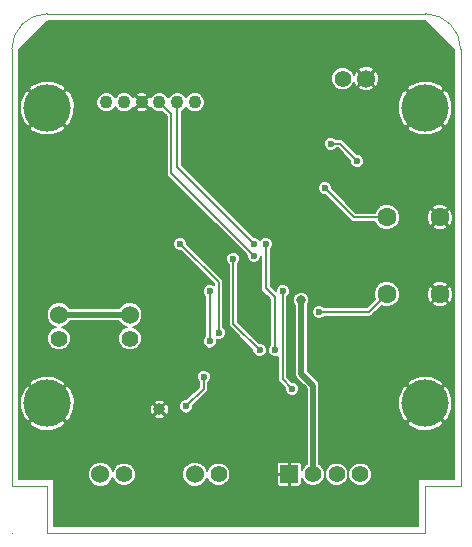
<source format=gbl>
G04 (created by PCBNEW (2013-07-07 BZR 4022)-stable) date 2026/02/15 0:01:33*
%MOIN*%
G04 Gerber Fmt 3.4, Leading zero omitted, Abs format*
%FSLAX34Y34*%
G01*
G70*
G90*
G04 APERTURE LIST*
%ADD10C,0.00590551*%
%ADD11C,0.00393701*%
%ADD12C,0.1575*%
%ADD13C,0.063*%
%ADD14R,0.06X0.06*%
%ADD15C,0.0551*%
%ADD16C,0.06*%
%ADD17C,0.0433*%
%ADD18C,0.0393701*%
%ADD19C,0.023622*%
%ADD20C,0.0314961*%
%ADD21C,0.00787402*%
%ADD22C,0.019685*%
G04 APERTURE END LIST*
G54D10*
G54D11*
X0Y0D02*
G75*
G03X0Y0I0J0D01*
G74*
G01*
X0Y0D02*
X0Y0D01*
X0Y0D02*
X0Y0D01*
X0Y0D02*
G75*
G03X0Y0I0J0D01*
G74*
G01*
X0Y0D02*
X0Y0D01*
X0Y0D02*
X0Y0D01*
X0Y0D02*
G75*
G03X0Y0I0J0D01*
G74*
G01*
X0Y0D02*
X0Y0D01*
X0Y0D02*
X0Y0D01*
X14960Y16141D02*
G75*
G03X13779Y17322I-1181J0D01*
G74*
G01*
X1181Y17322D02*
G75*
G03X0Y16141I0J-1181D01*
G74*
G01*
X1181Y17322D02*
X13779Y17322D01*
X14960Y1574D02*
X14960Y16141D01*
X13779Y1574D02*
X14960Y1574D01*
X13779Y0D02*
X13779Y1574D01*
X1181Y0D02*
X13779Y0D01*
X1181Y1574D02*
X1181Y0D01*
X0Y1574D02*
X1181Y1574D01*
X0Y16141D02*
X0Y1574D01*
G54D12*
X13779Y14173D03*
X13779Y4330D03*
X1181Y4330D03*
X1181Y14173D03*
G54D13*
X14271Y10531D03*
X12499Y10531D03*
X14271Y7971D03*
X12499Y7971D03*
G54D14*
X9251Y1968D03*
G54D15*
X10038Y1968D03*
X10826Y1968D03*
X11614Y1968D03*
G54D16*
X11811Y15157D03*
G54D15*
X11024Y15157D03*
G54D16*
X2952Y1968D03*
G54D15*
X3739Y1968D03*
G54D16*
X6102Y1968D03*
G54D15*
X6889Y1968D03*
G54D17*
X3149Y14370D03*
X3740Y14370D03*
X4330Y14370D03*
X4921Y14370D03*
X5511Y14370D03*
X6102Y14370D03*
G54D16*
X1574Y7283D03*
G54D15*
X1574Y6496D03*
G54D16*
X3937Y7283D03*
G54D15*
X3937Y6496D03*
G54D18*
X4921Y4133D03*
G54D19*
X6594Y6397D03*
X6594Y8070D03*
X7381Y9153D03*
X8257Y6102D03*
X6397Y5216D03*
X5807Y4232D03*
G54D20*
X5413Y6692D03*
X8838Y10925D03*
X7677Y11240D03*
X8248Y13562D03*
X9055Y13169D03*
X925Y10688D03*
X3484Y10688D03*
X11397Y5944D03*
X3543Y4881D03*
X7746Y5029D03*
G54D19*
X10629Y12992D03*
X11515Y12401D03*
X6889Y6692D03*
X5610Y9645D03*
X8070Y9251D03*
X8070Y9645D03*
X8464Y9645D03*
X8769Y6102D03*
X10236Y7381D03*
X10433Y11515D03*
X9025Y8070D03*
X9350Y4822D03*
G54D20*
X9645Y7775D03*
G54D21*
X6594Y8070D02*
X6594Y6397D01*
X7381Y9153D02*
X7381Y6978D01*
X7381Y6978D02*
X8257Y6102D01*
X6397Y4822D02*
X6397Y5216D01*
X5807Y4232D02*
X6397Y4822D01*
X10925Y12992D02*
X11515Y12401D01*
X10629Y12992D02*
X10925Y12992D01*
X6889Y6692D02*
X6889Y8366D01*
X6889Y8366D02*
X5610Y9645D01*
X6889Y8366D02*
X5610Y9645D01*
X5314Y13976D02*
X4921Y14370D01*
X5314Y12007D02*
X5314Y13976D01*
X8070Y9251D02*
X5314Y12007D01*
X5511Y12204D02*
X5511Y14370D01*
X8070Y9645D02*
X5511Y12204D01*
X8769Y6102D02*
X8769Y7864D01*
X8769Y7864D02*
X8464Y8169D01*
X8464Y9645D02*
X8464Y8169D01*
X10236Y7381D02*
X11909Y7381D01*
X11909Y7381D02*
X12499Y7971D01*
X11416Y10531D02*
X12499Y10531D01*
X10433Y11515D02*
X11416Y10531D01*
X9025Y8070D02*
X9025Y5147D01*
X9025Y5147D02*
X9350Y4822D01*
G54D22*
X9645Y7775D02*
X9645Y5314D01*
X10038Y4921D02*
X10038Y1968D01*
X9645Y5314D02*
X10038Y4921D01*
X1574Y7283D02*
X3937Y7283D01*
G54D10*
G36*
X14724Y1811D02*
X14705Y1811D01*
X14705Y7888D01*
X14705Y10448D01*
X14704Y10620D01*
X14688Y10659D01*
X14688Y14337D01*
X14556Y14672D01*
X14537Y14699D01*
X14425Y14791D01*
X14397Y14763D01*
X14397Y14819D01*
X14306Y14931D01*
X13975Y15075D01*
X13615Y15081D01*
X13280Y14950D01*
X13252Y14931D01*
X13161Y14819D01*
X13779Y14201D01*
X14397Y14819D01*
X14397Y14763D01*
X13807Y14173D01*
X14425Y13555D01*
X14537Y13646D01*
X14681Y13976D01*
X14688Y14337D01*
X14688Y10659D01*
X14640Y10775D01*
X14576Y10809D01*
X14548Y10781D01*
X14548Y10836D01*
X14515Y10900D01*
X14397Y10948D01*
X14397Y13527D01*
X13779Y14145D01*
X13751Y14117D01*
X13751Y14173D01*
X13133Y14791D01*
X13021Y14699D01*
X12877Y14369D01*
X12870Y14009D01*
X13002Y13674D01*
X13021Y13646D01*
X13133Y13555D01*
X13751Y14173D01*
X13751Y14117D01*
X13161Y13527D01*
X13252Y13414D01*
X13583Y13270D01*
X13943Y13264D01*
X14278Y13396D01*
X14306Y13414D01*
X14397Y13527D01*
X14397Y10948D01*
X14355Y10965D01*
X14183Y10964D01*
X14028Y10900D01*
X13994Y10836D01*
X14271Y10559D01*
X14548Y10836D01*
X14548Y10781D01*
X14299Y10531D01*
X14576Y10254D01*
X14640Y10288D01*
X14705Y10448D01*
X14705Y7888D01*
X14704Y8060D01*
X14640Y8215D01*
X14576Y8249D01*
X14548Y8221D01*
X14548Y8276D01*
X14548Y10227D01*
X14271Y10504D01*
X14243Y10476D01*
X14243Y10531D01*
X13966Y10809D01*
X13903Y10775D01*
X13838Y10615D01*
X13839Y10443D01*
X13903Y10288D01*
X13966Y10254D01*
X14243Y10531D01*
X14243Y10476D01*
X13994Y10227D01*
X14028Y10163D01*
X14187Y10098D01*
X14360Y10099D01*
X14515Y10163D01*
X14548Y10227D01*
X14548Y8276D01*
X14515Y8340D01*
X14355Y8405D01*
X14183Y8404D01*
X14028Y8340D01*
X13994Y8276D01*
X14271Y7999D01*
X14548Y8276D01*
X14548Y8221D01*
X14299Y7971D01*
X14576Y7694D01*
X14640Y7728D01*
X14705Y7888D01*
X14705Y1811D01*
X14688Y1811D01*
X14688Y4494D01*
X14556Y4829D01*
X14548Y4840D01*
X14548Y7667D01*
X14271Y7944D01*
X14243Y7916D01*
X14243Y7971D01*
X13966Y8249D01*
X13903Y8215D01*
X13838Y8055D01*
X13839Y7883D01*
X13903Y7728D01*
X13966Y7694D01*
X14243Y7971D01*
X14243Y7916D01*
X13994Y7667D01*
X14028Y7603D01*
X14187Y7538D01*
X14360Y7539D01*
X14515Y7603D01*
X14548Y7667D01*
X14548Y4840D01*
X14537Y4857D01*
X14425Y4948D01*
X14397Y4920D01*
X14397Y4976D01*
X14306Y5089D01*
X13975Y5232D01*
X13615Y5239D01*
X13280Y5107D01*
X13252Y5089D01*
X13161Y4976D01*
X13779Y4358D01*
X14397Y4976D01*
X14397Y4920D01*
X13807Y4330D01*
X14425Y3712D01*
X14537Y3804D01*
X14681Y4134D01*
X14688Y4494D01*
X14688Y1811D01*
X14397Y1811D01*
X14397Y3684D01*
X13779Y4302D01*
X13751Y4275D01*
X13751Y4330D01*
X13133Y4948D01*
X13021Y4857D01*
X12933Y4655D01*
X12933Y8057D01*
X12933Y10617D01*
X12867Y10776D01*
X12745Y10898D01*
X12586Y10965D01*
X12414Y10965D01*
X12254Y10899D01*
X12229Y10874D01*
X12229Y15077D01*
X12228Y15243D01*
X12167Y15391D01*
X12105Y15423D01*
X12077Y15395D01*
X12077Y15451D01*
X12045Y15513D01*
X11891Y15576D01*
X11724Y15575D01*
X11576Y15513D01*
X11544Y15451D01*
X11811Y15185D01*
X12077Y15451D01*
X12077Y15395D01*
X11838Y15157D01*
X12105Y14891D01*
X12167Y14923D01*
X12229Y15077D01*
X12229Y10874D01*
X12132Y10777D01*
X12096Y10689D01*
X12077Y10689D01*
X12077Y14863D01*
X11811Y15129D01*
X11783Y15101D01*
X11783Y15157D01*
X11516Y15423D01*
X11454Y15391D01*
X11404Y15267D01*
X11357Y15380D01*
X11247Y15490D01*
X11102Y15551D01*
X10946Y15551D01*
X10801Y15491D01*
X10690Y15380D01*
X10630Y15236D01*
X10630Y15079D01*
X10690Y14934D01*
X10800Y14823D01*
X10945Y14763D01*
X11101Y14763D01*
X11246Y14823D01*
X11357Y14934D01*
X11403Y15046D01*
X11454Y14923D01*
X11516Y14891D01*
X11783Y15157D01*
X11783Y15101D01*
X11544Y14863D01*
X11576Y14801D01*
X11730Y14738D01*
X11897Y14739D01*
X12045Y14801D01*
X12077Y14863D01*
X12077Y10689D01*
X11752Y10689D01*
X11752Y12448D01*
X11716Y12535D01*
X11649Y12601D01*
X11562Y12637D01*
X11502Y12637D01*
X11036Y13103D01*
X10985Y13137D01*
X10925Y13149D01*
X10806Y13149D01*
X10763Y13192D01*
X10677Y13228D01*
X10583Y13228D01*
X10496Y13192D01*
X10429Y13126D01*
X10393Y13039D01*
X10393Y12945D01*
X10429Y12858D01*
X10495Y12791D01*
X10582Y12755D01*
X10676Y12755D01*
X10763Y12791D01*
X10806Y12834D01*
X10859Y12834D01*
X11279Y12415D01*
X11279Y12354D01*
X11315Y12267D01*
X11381Y12201D01*
X11468Y12165D01*
X11562Y12165D01*
X11649Y12201D01*
X11715Y12267D01*
X11751Y12354D01*
X11752Y12448D01*
X11752Y10689D01*
X11482Y10689D01*
X10669Y11502D01*
X10669Y11562D01*
X10633Y11649D01*
X10567Y11715D01*
X10480Y11751D01*
X10386Y11752D01*
X10299Y11716D01*
X10232Y11649D01*
X10196Y11562D01*
X10196Y11468D01*
X10232Y11382D01*
X10299Y11315D01*
X10385Y11279D01*
X10446Y11279D01*
X11305Y10420D01*
X11305Y10420D01*
X11356Y10386D01*
X11356Y10386D01*
X11404Y10376D01*
X11416Y10374D01*
X11416Y10374D01*
X11416Y10374D01*
X12096Y10374D01*
X12132Y10286D01*
X12254Y10165D01*
X12413Y10098D01*
X12585Y10098D01*
X12744Y10164D01*
X12866Y10286D01*
X12932Y10445D01*
X12933Y10617D01*
X12933Y8057D01*
X12867Y8216D01*
X12745Y8338D01*
X12586Y8405D01*
X12414Y8405D01*
X12254Y8339D01*
X12132Y8217D01*
X12066Y8058D01*
X12066Y7886D01*
X12103Y7797D01*
X11844Y7539D01*
X10412Y7539D01*
X10370Y7582D01*
X10283Y7618D01*
X10189Y7618D01*
X10102Y7582D01*
X10036Y7515D01*
X10000Y7429D01*
X9999Y7335D01*
X10035Y7248D01*
X10102Y7181D01*
X10189Y7145D01*
X10283Y7145D01*
X10369Y7181D01*
X10412Y7224D01*
X11909Y7224D01*
X11970Y7236D01*
X11970Y7236D01*
X12021Y7270D01*
X12325Y7575D01*
X12413Y7538D01*
X12585Y7538D01*
X12744Y7604D01*
X12866Y7726D01*
X12932Y7885D01*
X12933Y8057D01*
X12933Y4655D01*
X12877Y4527D01*
X12870Y4166D01*
X13002Y3831D01*
X13021Y3804D01*
X13133Y3712D01*
X13751Y4330D01*
X13751Y4275D01*
X13161Y3684D01*
X13252Y3572D01*
X13583Y3428D01*
X13943Y3422D01*
X14278Y3553D01*
X14306Y3572D01*
X14397Y3684D01*
X14397Y1811D01*
X13543Y1811D01*
X13543Y236D01*
X12007Y236D01*
X12007Y2046D01*
X11948Y2191D01*
X11837Y2301D01*
X11692Y2362D01*
X11536Y2362D01*
X11391Y2302D01*
X11280Y2191D01*
X11220Y2047D01*
X11220Y1890D01*
X11280Y1745D01*
X11390Y1635D01*
X11535Y1574D01*
X11692Y1574D01*
X11836Y1634D01*
X11947Y1745D01*
X12007Y1889D01*
X12007Y2046D01*
X12007Y236D01*
X11220Y236D01*
X11220Y2046D01*
X11160Y2191D01*
X11050Y2301D01*
X10905Y2362D01*
X10748Y2362D01*
X10604Y2302D01*
X10493Y2191D01*
X10433Y2047D01*
X10433Y1890D01*
X10492Y1745D01*
X10603Y1635D01*
X10748Y1574D01*
X10904Y1574D01*
X11049Y1634D01*
X11160Y1745D01*
X11220Y1889D01*
X11220Y2046D01*
X11220Y236D01*
X10432Y236D01*
X10432Y2046D01*
X10372Y2191D01*
X10262Y2301D01*
X10255Y2304D01*
X10255Y4921D01*
X10239Y5004D01*
X10192Y5074D01*
X9862Y5404D01*
X9862Y7602D01*
X9879Y7619D01*
X9921Y7720D01*
X9921Y7830D01*
X9879Y7931D01*
X9801Y8009D01*
X9700Y8051D01*
X9591Y8051D01*
X9489Y8009D01*
X9412Y7931D01*
X9370Y7830D01*
X9370Y7721D01*
X9411Y7619D01*
X9429Y7602D01*
X9429Y5314D01*
X9445Y5232D01*
X9492Y5161D01*
X9822Y4831D01*
X9822Y2304D01*
X9816Y2302D01*
X9705Y2191D01*
X9670Y2106D01*
X9670Y2245D01*
X9670Y2292D01*
X9652Y2335D01*
X9618Y2368D01*
X9586Y2381D01*
X9586Y4869D01*
X9550Y4956D01*
X9484Y5022D01*
X9397Y5059D01*
X9336Y5059D01*
X9183Y5212D01*
X9183Y7894D01*
X9225Y7936D01*
X9261Y8023D01*
X9261Y8117D01*
X9225Y8204D01*
X9159Y8271D01*
X9072Y8307D01*
X8978Y8307D01*
X8891Y8271D01*
X8825Y8204D01*
X8789Y8118D01*
X8789Y8067D01*
X8622Y8234D01*
X8622Y9469D01*
X8664Y9511D01*
X8700Y9598D01*
X8700Y9692D01*
X8664Y9779D01*
X8598Y9845D01*
X8511Y9881D01*
X8417Y9881D01*
X8330Y9846D01*
X8267Y9782D01*
X8204Y9845D01*
X8118Y9881D01*
X8057Y9881D01*
X5669Y12270D01*
X5669Y14073D01*
X5700Y14086D01*
X5795Y14180D01*
X5807Y14209D01*
X5818Y14180D01*
X5912Y14086D01*
X6035Y14035D01*
X6168Y14035D01*
X6291Y14086D01*
X6386Y14180D01*
X6437Y14303D01*
X6437Y14436D01*
X6386Y14559D01*
X6292Y14653D01*
X6169Y14704D01*
X6036Y14704D01*
X5913Y14653D01*
X5819Y14559D01*
X5807Y14531D01*
X5795Y14559D01*
X5701Y14653D01*
X5578Y14704D01*
X5445Y14704D01*
X5322Y14653D01*
X5228Y14559D01*
X5216Y14532D01*
X5205Y14559D01*
X5111Y14653D01*
X4988Y14704D01*
X4855Y14704D01*
X4732Y14653D01*
X4638Y14559D01*
X4626Y14532D01*
X4617Y14554D01*
X4564Y14576D01*
X4536Y14548D01*
X4536Y14603D01*
X4514Y14657D01*
X4390Y14705D01*
X4257Y14703D01*
X4146Y14657D01*
X4124Y14603D01*
X4330Y14397D01*
X4536Y14603D01*
X4536Y14548D01*
X4358Y14370D01*
X4564Y14164D01*
X4617Y14185D01*
X4626Y14208D01*
X4637Y14180D01*
X4731Y14086D01*
X4854Y14035D01*
X4987Y14035D01*
X5020Y14048D01*
X5157Y13911D01*
X5157Y12007D01*
X5169Y11947D01*
X5203Y11896D01*
X7834Y9265D01*
X7834Y9205D01*
X7870Y9118D01*
X7936Y9051D01*
X8023Y9015D01*
X8117Y9015D01*
X8204Y9051D01*
X8271Y9117D01*
X8307Y9204D01*
X8307Y9251D01*
X8307Y8169D01*
X8319Y8109D01*
X8353Y8057D01*
X8612Y7798D01*
X8612Y6278D01*
X8569Y6236D01*
X8533Y6149D01*
X8533Y6055D01*
X8569Y5968D01*
X8635Y5902D01*
X8722Y5866D01*
X8816Y5866D01*
X8868Y5887D01*
X8868Y5147D01*
X8880Y5087D01*
X8914Y5036D01*
X9114Y4836D01*
X9114Y4776D01*
X9150Y4689D01*
X9216Y4622D01*
X9303Y4586D01*
X9397Y4586D01*
X9484Y4622D01*
X9550Y4688D01*
X9586Y4775D01*
X9586Y4869D01*
X9586Y2381D01*
X9575Y2386D01*
X9301Y2386D01*
X9271Y2357D01*
X9271Y1988D01*
X9279Y1988D01*
X9279Y1948D01*
X9271Y1948D01*
X9271Y1579D01*
X9301Y1550D01*
X9575Y1550D01*
X9618Y1568D01*
X9652Y1601D01*
X9670Y1644D01*
X9670Y1691D01*
X9670Y1830D01*
X9705Y1745D01*
X9815Y1635D01*
X9960Y1574D01*
X10116Y1574D01*
X10261Y1634D01*
X10372Y1745D01*
X10432Y1889D01*
X10432Y2046D01*
X10432Y236D01*
X9232Y236D01*
X9232Y1579D01*
X9232Y1948D01*
X9232Y1988D01*
X9232Y2357D01*
X9202Y2386D01*
X8928Y2386D01*
X8885Y2368D01*
X8851Y2335D01*
X8833Y2292D01*
X8833Y2245D01*
X8833Y2017D01*
X8863Y1988D01*
X9232Y1988D01*
X9232Y1948D01*
X8863Y1948D01*
X8833Y1919D01*
X8833Y1691D01*
X8833Y1644D01*
X8851Y1601D01*
X8885Y1568D01*
X8928Y1550D01*
X9202Y1550D01*
X9232Y1579D01*
X9232Y236D01*
X8494Y236D01*
X8494Y6149D01*
X8458Y6235D01*
X8391Y6302D01*
X8305Y6338D01*
X8244Y6338D01*
X7539Y7043D01*
X7539Y8976D01*
X7582Y9019D01*
X7618Y9106D01*
X7618Y9200D01*
X7582Y9287D01*
X7515Y9353D01*
X7429Y9389D01*
X7335Y9389D01*
X7248Y9353D01*
X7181Y9287D01*
X7145Y9200D01*
X7145Y9106D01*
X7181Y9019D01*
X7224Y8976D01*
X7224Y6978D01*
X7236Y6918D01*
X7270Y6866D01*
X8021Y6115D01*
X8021Y6055D01*
X8057Y5968D01*
X8123Y5902D01*
X8210Y5866D01*
X8304Y5866D01*
X8391Y5901D01*
X8458Y5968D01*
X8494Y6055D01*
X8494Y6149D01*
X8494Y236D01*
X7283Y236D01*
X7283Y2046D01*
X7223Y2191D01*
X7126Y2288D01*
X7126Y6739D01*
X7090Y6826D01*
X7047Y6869D01*
X7047Y8366D01*
X7035Y8426D01*
X7035Y8426D01*
X7001Y8477D01*
X5846Y9632D01*
X5846Y9692D01*
X5810Y9779D01*
X5744Y9845D01*
X5657Y9881D01*
X5563Y9881D01*
X5476Y9846D01*
X5410Y9779D01*
X5374Y9692D01*
X5373Y9598D01*
X5409Y9512D01*
X5476Y9445D01*
X5563Y9409D01*
X5623Y9409D01*
X6732Y8300D01*
X6732Y8267D01*
X6728Y8271D01*
X6641Y8307D01*
X6547Y8307D01*
X6460Y8271D01*
X6394Y8204D01*
X6358Y8118D01*
X6358Y8024D01*
X6394Y7937D01*
X6437Y7894D01*
X6437Y6574D01*
X6394Y6531D01*
X6358Y6444D01*
X6358Y6350D01*
X6394Y6264D01*
X6460Y6197D01*
X6547Y6161D01*
X6641Y6161D01*
X6728Y6197D01*
X6794Y6263D01*
X6830Y6350D01*
X6830Y6444D01*
X6822Y6465D01*
X6842Y6456D01*
X6936Y6456D01*
X7023Y6492D01*
X7089Y6558D01*
X7125Y6645D01*
X7126Y6739D01*
X7126Y2288D01*
X7112Y2301D01*
X6967Y2362D01*
X6811Y2362D01*
X6666Y2302D01*
X6633Y2269D01*
X6633Y5263D01*
X6598Y5350D01*
X6531Y5416D01*
X6444Y5452D01*
X6350Y5452D01*
X6264Y5416D01*
X6197Y5350D01*
X6161Y5263D01*
X6161Y5169D01*
X6197Y5082D01*
X6240Y5039D01*
X6240Y4888D01*
X5820Y4468D01*
X5760Y4468D01*
X5673Y4432D01*
X5606Y4366D01*
X5570Y4279D01*
X5570Y4185D01*
X5606Y4098D01*
X5673Y4032D01*
X5759Y3996D01*
X5853Y3996D01*
X5940Y4031D01*
X6007Y4098D01*
X6043Y4185D01*
X6043Y4245D01*
X6508Y4711D01*
X6508Y4711D01*
X6508Y4711D01*
X6543Y4762D01*
X6543Y4762D01*
X6555Y4822D01*
X6555Y5039D01*
X6597Y5082D01*
X6633Y5169D01*
X6633Y5263D01*
X6633Y2269D01*
X6555Y2191D01*
X6509Y2079D01*
X6457Y2205D01*
X6339Y2322D01*
X6185Y2386D01*
X6019Y2386D01*
X5865Y2323D01*
X5748Y2205D01*
X5684Y2052D01*
X5684Y1885D01*
X5747Y1731D01*
X5865Y1614D01*
X6018Y1550D01*
X6185Y1550D01*
X6338Y1613D01*
X6456Y1731D01*
X6509Y1857D01*
X6555Y1745D01*
X6666Y1635D01*
X6810Y1574D01*
X6967Y1574D01*
X7112Y1634D01*
X7222Y1745D01*
X7282Y1889D01*
X7283Y2046D01*
X7283Y236D01*
X5237Y236D01*
X5237Y4078D01*
X5234Y4203D01*
X5192Y4306D01*
X5140Y4325D01*
X5113Y4297D01*
X5113Y4353D01*
X5093Y4404D01*
X4976Y4450D01*
X4851Y4447D01*
X4748Y4404D01*
X4729Y4353D01*
X4921Y4161D01*
X5113Y4353D01*
X5113Y4297D01*
X4949Y4133D01*
X5140Y3942D01*
X5192Y3961D01*
X5237Y4078D01*
X5237Y236D01*
X5113Y236D01*
X5113Y3914D01*
X4921Y4106D01*
X4893Y4078D01*
X4893Y4133D01*
X4701Y4325D01*
X4650Y4306D01*
X4604Y4189D01*
X4607Y4064D01*
X4650Y3961D01*
X4701Y3942D01*
X4893Y4133D01*
X4893Y4078D01*
X4729Y3914D01*
X4748Y3862D01*
X4865Y3817D01*
X4990Y3820D01*
X5093Y3862D01*
X5113Y3914D01*
X5113Y236D01*
X4536Y236D01*
X4536Y14136D01*
X4330Y14342D01*
X4302Y14314D01*
X4302Y14370D01*
X4096Y14576D01*
X4043Y14554D01*
X4035Y14533D01*
X4024Y14559D01*
X3930Y14653D01*
X3807Y14704D01*
X3674Y14704D01*
X3551Y14653D01*
X3457Y14559D01*
X3445Y14531D01*
X3433Y14559D01*
X3339Y14653D01*
X3216Y14704D01*
X3083Y14704D01*
X2960Y14653D01*
X2866Y14559D01*
X2815Y14436D01*
X2814Y14303D01*
X2865Y14180D01*
X2959Y14086D01*
X3082Y14035D01*
X3215Y14035D01*
X3338Y14086D01*
X3433Y14180D01*
X3445Y14209D01*
X3456Y14180D01*
X3550Y14086D01*
X3673Y14035D01*
X3806Y14035D01*
X3929Y14086D01*
X4024Y14180D01*
X4034Y14206D01*
X4043Y14185D01*
X4096Y14164D01*
X4302Y14370D01*
X4302Y14314D01*
X4124Y14136D01*
X4146Y14082D01*
X4270Y14034D01*
X4403Y14036D01*
X4514Y14082D01*
X4536Y14136D01*
X4536Y236D01*
X4355Y236D01*
X4355Y7366D01*
X4291Y7519D01*
X4174Y7637D01*
X4020Y7701D01*
X3854Y7701D01*
X3700Y7638D01*
X3582Y7520D01*
X3574Y7500D01*
X2089Y7500D01*
X2089Y14337D01*
X1957Y14672D01*
X1939Y14699D01*
X1826Y14791D01*
X1799Y14763D01*
X1799Y14819D01*
X1707Y14931D01*
X1377Y15075D01*
X1017Y15081D01*
X681Y14950D01*
X654Y14931D01*
X563Y14819D01*
X1181Y14201D01*
X1799Y14819D01*
X1799Y14763D01*
X1208Y14173D01*
X1826Y13555D01*
X1939Y13646D01*
X2083Y13976D01*
X2089Y14337D01*
X2089Y7500D01*
X1937Y7500D01*
X1929Y7519D01*
X1811Y7637D01*
X1799Y7643D01*
X1799Y13527D01*
X1181Y14145D01*
X1153Y14117D01*
X1153Y14173D01*
X535Y14791D01*
X422Y14699D01*
X278Y14369D01*
X272Y14009D01*
X404Y13674D01*
X422Y13646D01*
X535Y13555D01*
X1153Y14173D01*
X1153Y14117D01*
X563Y13527D01*
X654Y13414D01*
X984Y13270D01*
X1344Y13264D01*
X1680Y13396D01*
X1707Y13414D01*
X1799Y13527D01*
X1799Y7643D01*
X1658Y7701D01*
X1492Y7701D01*
X1338Y7638D01*
X1220Y7520D01*
X1156Y7366D01*
X1156Y7200D01*
X1220Y7046D01*
X1337Y6929D01*
X1464Y6876D01*
X1352Y6830D01*
X1241Y6719D01*
X1181Y6575D01*
X1181Y6418D01*
X1240Y6273D01*
X1351Y6162D01*
X1496Y6102D01*
X1652Y6102D01*
X1797Y6162D01*
X1908Y6273D01*
X1968Y6417D01*
X1968Y6574D01*
X1908Y6719D01*
X1798Y6829D01*
X1685Y6876D01*
X1811Y6928D01*
X1929Y7046D01*
X1937Y7066D01*
X3574Y7066D01*
X3582Y7046D01*
X3699Y6929D01*
X3826Y6876D01*
X3714Y6830D01*
X3603Y6719D01*
X3543Y6575D01*
X3543Y6418D01*
X3603Y6273D01*
X3713Y6162D01*
X3858Y6102D01*
X4014Y6102D01*
X4159Y6162D01*
X4270Y6273D01*
X4330Y6417D01*
X4330Y6574D01*
X4270Y6719D01*
X4160Y6829D01*
X4047Y6876D01*
X4173Y6928D01*
X4291Y7046D01*
X4355Y7199D01*
X4355Y7366D01*
X4355Y236D01*
X4133Y236D01*
X4133Y2046D01*
X4073Y2191D01*
X3963Y2301D01*
X3818Y2362D01*
X3661Y2362D01*
X3517Y2302D01*
X3406Y2191D01*
X3359Y2079D01*
X3307Y2205D01*
X3189Y2322D01*
X3036Y2386D01*
X2869Y2386D01*
X2716Y2323D01*
X2598Y2205D01*
X2534Y2052D01*
X2534Y1885D01*
X2598Y1731D01*
X2715Y1614D01*
X2869Y1550D01*
X3035Y1550D01*
X3189Y1613D01*
X3307Y1731D01*
X3359Y1857D01*
X3405Y1745D01*
X3516Y1635D01*
X3661Y1574D01*
X3817Y1574D01*
X3962Y1634D01*
X4073Y1745D01*
X4133Y1889D01*
X4133Y2046D01*
X4133Y236D01*
X2089Y236D01*
X2089Y4494D01*
X1957Y4829D01*
X1939Y4857D01*
X1826Y4948D01*
X1799Y4920D01*
X1799Y4976D01*
X1707Y5089D01*
X1377Y5232D01*
X1017Y5239D01*
X681Y5107D01*
X654Y5089D01*
X563Y4976D01*
X1181Y4358D01*
X1799Y4976D01*
X1799Y4920D01*
X1208Y4330D01*
X1826Y3712D01*
X1939Y3804D01*
X2083Y4134D01*
X2089Y4494D01*
X2089Y236D01*
X1799Y236D01*
X1799Y3684D01*
X1181Y4302D01*
X1153Y4275D01*
X1153Y4330D01*
X535Y4948D01*
X422Y4857D01*
X278Y4527D01*
X272Y4166D01*
X404Y3831D01*
X422Y3804D01*
X535Y3712D01*
X1153Y4330D01*
X1153Y4275D01*
X563Y3684D01*
X654Y3572D01*
X984Y3428D01*
X1344Y3422D01*
X1680Y3553D01*
X1707Y3572D01*
X1799Y3684D01*
X1799Y236D01*
X1417Y236D01*
X1417Y1811D01*
X236Y1811D01*
X236Y16125D01*
X1197Y17086D01*
X13763Y17086D01*
X14724Y16125D01*
X14724Y1811D01*
X14724Y1811D01*
G37*
G54D21*
X14724Y1811D02*
X14705Y1811D01*
X14705Y7888D01*
X14705Y10448D01*
X14704Y10620D01*
X14688Y10659D01*
X14688Y14337D01*
X14556Y14672D01*
X14537Y14699D01*
X14425Y14791D01*
X14397Y14763D01*
X14397Y14819D01*
X14306Y14931D01*
X13975Y15075D01*
X13615Y15081D01*
X13280Y14950D01*
X13252Y14931D01*
X13161Y14819D01*
X13779Y14201D01*
X14397Y14819D01*
X14397Y14763D01*
X13807Y14173D01*
X14425Y13555D01*
X14537Y13646D01*
X14681Y13976D01*
X14688Y14337D01*
X14688Y10659D01*
X14640Y10775D01*
X14576Y10809D01*
X14548Y10781D01*
X14548Y10836D01*
X14515Y10900D01*
X14397Y10948D01*
X14397Y13527D01*
X13779Y14145D01*
X13751Y14117D01*
X13751Y14173D01*
X13133Y14791D01*
X13021Y14699D01*
X12877Y14369D01*
X12870Y14009D01*
X13002Y13674D01*
X13021Y13646D01*
X13133Y13555D01*
X13751Y14173D01*
X13751Y14117D01*
X13161Y13527D01*
X13252Y13414D01*
X13583Y13270D01*
X13943Y13264D01*
X14278Y13396D01*
X14306Y13414D01*
X14397Y13527D01*
X14397Y10948D01*
X14355Y10965D01*
X14183Y10964D01*
X14028Y10900D01*
X13994Y10836D01*
X14271Y10559D01*
X14548Y10836D01*
X14548Y10781D01*
X14299Y10531D01*
X14576Y10254D01*
X14640Y10288D01*
X14705Y10448D01*
X14705Y7888D01*
X14704Y8060D01*
X14640Y8215D01*
X14576Y8249D01*
X14548Y8221D01*
X14548Y8276D01*
X14548Y10227D01*
X14271Y10504D01*
X14243Y10476D01*
X14243Y10531D01*
X13966Y10809D01*
X13903Y10775D01*
X13838Y10615D01*
X13839Y10443D01*
X13903Y10288D01*
X13966Y10254D01*
X14243Y10531D01*
X14243Y10476D01*
X13994Y10227D01*
X14028Y10163D01*
X14187Y10098D01*
X14360Y10099D01*
X14515Y10163D01*
X14548Y10227D01*
X14548Y8276D01*
X14515Y8340D01*
X14355Y8405D01*
X14183Y8404D01*
X14028Y8340D01*
X13994Y8276D01*
X14271Y7999D01*
X14548Y8276D01*
X14548Y8221D01*
X14299Y7971D01*
X14576Y7694D01*
X14640Y7728D01*
X14705Y7888D01*
X14705Y1811D01*
X14688Y1811D01*
X14688Y4494D01*
X14556Y4829D01*
X14548Y4840D01*
X14548Y7667D01*
X14271Y7944D01*
X14243Y7916D01*
X14243Y7971D01*
X13966Y8249D01*
X13903Y8215D01*
X13838Y8055D01*
X13839Y7883D01*
X13903Y7728D01*
X13966Y7694D01*
X14243Y7971D01*
X14243Y7916D01*
X13994Y7667D01*
X14028Y7603D01*
X14187Y7538D01*
X14360Y7539D01*
X14515Y7603D01*
X14548Y7667D01*
X14548Y4840D01*
X14537Y4857D01*
X14425Y4948D01*
X14397Y4920D01*
X14397Y4976D01*
X14306Y5089D01*
X13975Y5232D01*
X13615Y5239D01*
X13280Y5107D01*
X13252Y5089D01*
X13161Y4976D01*
X13779Y4358D01*
X14397Y4976D01*
X14397Y4920D01*
X13807Y4330D01*
X14425Y3712D01*
X14537Y3804D01*
X14681Y4134D01*
X14688Y4494D01*
X14688Y1811D01*
X14397Y1811D01*
X14397Y3684D01*
X13779Y4302D01*
X13751Y4275D01*
X13751Y4330D01*
X13133Y4948D01*
X13021Y4857D01*
X12933Y4655D01*
X12933Y8057D01*
X12933Y10617D01*
X12867Y10776D01*
X12745Y10898D01*
X12586Y10965D01*
X12414Y10965D01*
X12254Y10899D01*
X12229Y10874D01*
X12229Y15077D01*
X12228Y15243D01*
X12167Y15391D01*
X12105Y15423D01*
X12077Y15395D01*
X12077Y15451D01*
X12045Y15513D01*
X11891Y15576D01*
X11724Y15575D01*
X11576Y15513D01*
X11544Y15451D01*
X11811Y15185D01*
X12077Y15451D01*
X12077Y15395D01*
X11838Y15157D01*
X12105Y14891D01*
X12167Y14923D01*
X12229Y15077D01*
X12229Y10874D01*
X12132Y10777D01*
X12096Y10689D01*
X12077Y10689D01*
X12077Y14863D01*
X11811Y15129D01*
X11783Y15101D01*
X11783Y15157D01*
X11516Y15423D01*
X11454Y15391D01*
X11404Y15267D01*
X11357Y15380D01*
X11247Y15490D01*
X11102Y15551D01*
X10946Y15551D01*
X10801Y15491D01*
X10690Y15380D01*
X10630Y15236D01*
X10630Y15079D01*
X10690Y14934D01*
X10800Y14823D01*
X10945Y14763D01*
X11101Y14763D01*
X11246Y14823D01*
X11357Y14934D01*
X11403Y15046D01*
X11454Y14923D01*
X11516Y14891D01*
X11783Y15157D01*
X11783Y15101D01*
X11544Y14863D01*
X11576Y14801D01*
X11730Y14738D01*
X11897Y14739D01*
X12045Y14801D01*
X12077Y14863D01*
X12077Y10689D01*
X11752Y10689D01*
X11752Y12448D01*
X11716Y12535D01*
X11649Y12601D01*
X11562Y12637D01*
X11502Y12637D01*
X11036Y13103D01*
X10985Y13137D01*
X10925Y13149D01*
X10806Y13149D01*
X10763Y13192D01*
X10677Y13228D01*
X10583Y13228D01*
X10496Y13192D01*
X10429Y13126D01*
X10393Y13039D01*
X10393Y12945D01*
X10429Y12858D01*
X10495Y12791D01*
X10582Y12755D01*
X10676Y12755D01*
X10763Y12791D01*
X10806Y12834D01*
X10859Y12834D01*
X11279Y12415D01*
X11279Y12354D01*
X11315Y12267D01*
X11381Y12201D01*
X11468Y12165D01*
X11562Y12165D01*
X11649Y12201D01*
X11715Y12267D01*
X11751Y12354D01*
X11752Y12448D01*
X11752Y10689D01*
X11482Y10689D01*
X10669Y11502D01*
X10669Y11562D01*
X10633Y11649D01*
X10567Y11715D01*
X10480Y11751D01*
X10386Y11752D01*
X10299Y11716D01*
X10232Y11649D01*
X10196Y11562D01*
X10196Y11468D01*
X10232Y11382D01*
X10299Y11315D01*
X10385Y11279D01*
X10446Y11279D01*
X11305Y10420D01*
X11305Y10420D01*
X11356Y10386D01*
X11356Y10386D01*
X11404Y10376D01*
X11416Y10374D01*
X11416Y10374D01*
X11416Y10374D01*
X12096Y10374D01*
X12132Y10286D01*
X12254Y10165D01*
X12413Y10098D01*
X12585Y10098D01*
X12744Y10164D01*
X12866Y10286D01*
X12932Y10445D01*
X12933Y10617D01*
X12933Y8057D01*
X12867Y8216D01*
X12745Y8338D01*
X12586Y8405D01*
X12414Y8405D01*
X12254Y8339D01*
X12132Y8217D01*
X12066Y8058D01*
X12066Y7886D01*
X12103Y7797D01*
X11844Y7539D01*
X10412Y7539D01*
X10370Y7582D01*
X10283Y7618D01*
X10189Y7618D01*
X10102Y7582D01*
X10036Y7515D01*
X10000Y7429D01*
X9999Y7335D01*
X10035Y7248D01*
X10102Y7181D01*
X10189Y7145D01*
X10283Y7145D01*
X10369Y7181D01*
X10412Y7224D01*
X11909Y7224D01*
X11970Y7236D01*
X11970Y7236D01*
X12021Y7270D01*
X12325Y7575D01*
X12413Y7538D01*
X12585Y7538D01*
X12744Y7604D01*
X12866Y7726D01*
X12932Y7885D01*
X12933Y8057D01*
X12933Y4655D01*
X12877Y4527D01*
X12870Y4166D01*
X13002Y3831D01*
X13021Y3804D01*
X13133Y3712D01*
X13751Y4330D01*
X13751Y4275D01*
X13161Y3684D01*
X13252Y3572D01*
X13583Y3428D01*
X13943Y3422D01*
X14278Y3553D01*
X14306Y3572D01*
X14397Y3684D01*
X14397Y1811D01*
X13543Y1811D01*
X13543Y236D01*
X12007Y236D01*
X12007Y2046D01*
X11948Y2191D01*
X11837Y2301D01*
X11692Y2362D01*
X11536Y2362D01*
X11391Y2302D01*
X11280Y2191D01*
X11220Y2047D01*
X11220Y1890D01*
X11280Y1745D01*
X11390Y1635D01*
X11535Y1574D01*
X11692Y1574D01*
X11836Y1634D01*
X11947Y1745D01*
X12007Y1889D01*
X12007Y2046D01*
X12007Y236D01*
X11220Y236D01*
X11220Y2046D01*
X11160Y2191D01*
X11050Y2301D01*
X10905Y2362D01*
X10748Y2362D01*
X10604Y2302D01*
X10493Y2191D01*
X10433Y2047D01*
X10433Y1890D01*
X10492Y1745D01*
X10603Y1635D01*
X10748Y1574D01*
X10904Y1574D01*
X11049Y1634D01*
X11160Y1745D01*
X11220Y1889D01*
X11220Y2046D01*
X11220Y236D01*
X10432Y236D01*
X10432Y2046D01*
X10372Y2191D01*
X10262Y2301D01*
X10255Y2304D01*
X10255Y4921D01*
X10239Y5004D01*
X10192Y5074D01*
X9862Y5404D01*
X9862Y7602D01*
X9879Y7619D01*
X9921Y7720D01*
X9921Y7830D01*
X9879Y7931D01*
X9801Y8009D01*
X9700Y8051D01*
X9591Y8051D01*
X9489Y8009D01*
X9412Y7931D01*
X9370Y7830D01*
X9370Y7721D01*
X9411Y7619D01*
X9429Y7602D01*
X9429Y5314D01*
X9445Y5232D01*
X9492Y5161D01*
X9822Y4831D01*
X9822Y2304D01*
X9816Y2302D01*
X9705Y2191D01*
X9670Y2106D01*
X9670Y2245D01*
X9670Y2292D01*
X9652Y2335D01*
X9618Y2368D01*
X9586Y2381D01*
X9586Y4869D01*
X9550Y4956D01*
X9484Y5022D01*
X9397Y5059D01*
X9336Y5059D01*
X9183Y5212D01*
X9183Y7894D01*
X9225Y7936D01*
X9261Y8023D01*
X9261Y8117D01*
X9225Y8204D01*
X9159Y8271D01*
X9072Y8307D01*
X8978Y8307D01*
X8891Y8271D01*
X8825Y8204D01*
X8789Y8118D01*
X8789Y8067D01*
X8622Y8234D01*
X8622Y9469D01*
X8664Y9511D01*
X8700Y9598D01*
X8700Y9692D01*
X8664Y9779D01*
X8598Y9845D01*
X8511Y9881D01*
X8417Y9881D01*
X8330Y9846D01*
X8267Y9782D01*
X8204Y9845D01*
X8118Y9881D01*
X8057Y9881D01*
X5669Y12270D01*
X5669Y14073D01*
X5700Y14086D01*
X5795Y14180D01*
X5807Y14209D01*
X5818Y14180D01*
X5912Y14086D01*
X6035Y14035D01*
X6168Y14035D01*
X6291Y14086D01*
X6386Y14180D01*
X6437Y14303D01*
X6437Y14436D01*
X6386Y14559D01*
X6292Y14653D01*
X6169Y14704D01*
X6036Y14704D01*
X5913Y14653D01*
X5819Y14559D01*
X5807Y14531D01*
X5795Y14559D01*
X5701Y14653D01*
X5578Y14704D01*
X5445Y14704D01*
X5322Y14653D01*
X5228Y14559D01*
X5216Y14532D01*
X5205Y14559D01*
X5111Y14653D01*
X4988Y14704D01*
X4855Y14704D01*
X4732Y14653D01*
X4638Y14559D01*
X4626Y14532D01*
X4617Y14554D01*
X4564Y14576D01*
X4536Y14548D01*
X4536Y14603D01*
X4514Y14657D01*
X4390Y14705D01*
X4257Y14703D01*
X4146Y14657D01*
X4124Y14603D01*
X4330Y14397D01*
X4536Y14603D01*
X4536Y14548D01*
X4358Y14370D01*
X4564Y14164D01*
X4617Y14185D01*
X4626Y14208D01*
X4637Y14180D01*
X4731Y14086D01*
X4854Y14035D01*
X4987Y14035D01*
X5020Y14048D01*
X5157Y13911D01*
X5157Y12007D01*
X5169Y11947D01*
X5203Y11896D01*
X7834Y9265D01*
X7834Y9205D01*
X7870Y9118D01*
X7936Y9051D01*
X8023Y9015D01*
X8117Y9015D01*
X8204Y9051D01*
X8271Y9117D01*
X8307Y9204D01*
X8307Y9251D01*
X8307Y8169D01*
X8319Y8109D01*
X8353Y8057D01*
X8612Y7798D01*
X8612Y6278D01*
X8569Y6236D01*
X8533Y6149D01*
X8533Y6055D01*
X8569Y5968D01*
X8635Y5902D01*
X8722Y5866D01*
X8816Y5866D01*
X8868Y5887D01*
X8868Y5147D01*
X8880Y5087D01*
X8914Y5036D01*
X9114Y4836D01*
X9114Y4776D01*
X9150Y4689D01*
X9216Y4622D01*
X9303Y4586D01*
X9397Y4586D01*
X9484Y4622D01*
X9550Y4688D01*
X9586Y4775D01*
X9586Y4869D01*
X9586Y2381D01*
X9575Y2386D01*
X9301Y2386D01*
X9271Y2357D01*
X9271Y1988D01*
X9279Y1988D01*
X9279Y1948D01*
X9271Y1948D01*
X9271Y1579D01*
X9301Y1550D01*
X9575Y1550D01*
X9618Y1568D01*
X9652Y1601D01*
X9670Y1644D01*
X9670Y1691D01*
X9670Y1830D01*
X9705Y1745D01*
X9815Y1635D01*
X9960Y1574D01*
X10116Y1574D01*
X10261Y1634D01*
X10372Y1745D01*
X10432Y1889D01*
X10432Y2046D01*
X10432Y236D01*
X9232Y236D01*
X9232Y1579D01*
X9232Y1948D01*
X9232Y1988D01*
X9232Y2357D01*
X9202Y2386D01*
X8928Y2386D01*
X8885Y2368D01*
X8851Y2335D01*
X8833Y2292D01*
X8833Y2245D01*
X8833Y2017D01*
X8863Y1988D01*
X9232Y1988D01*
X9232Y1948D01*
X8863Y1948D01*
X8833Y1919D01*
X8833Y1691D01*
X8833Y1644D01*
X8851Y1601D01*
X8885Y1568D01*
X8928Y1550D01*
X9202Y1550D01*
X9232Y1579D01*
X9232Y236D01*
X8494Y236D01*
X8494Y6149D01*
X8458Y6235D01*
X8391Y6302D01*
X8305Y6338D01*
X8244Y6338D01*
X7539Y7043D01*
X7539Y8976D01*
X7582Y9019D01*
X7618Y9106D01*
X7618Y9200D01*
X7582Y9287D01*
X7515Y9353D01*
X7429Y9389D01*
X7335Y9389D01*
X7248Y9353D01*
X7181Y9287D01*
X7145Y9200D01*
X7145Y9106D01*
X7181Y9019D01*
X7224Y8976D01*
X7224Y6978D01*
X7236Y6918D01*
X7270Y6866D01*
X8021Y6115D01*
X8021Y6055D01*
X8057Y5968D01*
X8123Y5902D01*
X8210Y5866D01*
X8304Y5866D01*
X8391Y5901D01*
X8458Y5968D01*
X8494Y6055D01*
X8494Y6149D01*
X8494Y236D01*
X7283Y236D01*
X7283Y2046D01*
X7223Y2191D01*
X7126Y2288D01*
X7126Y6739D01*
X7090Y6826D01*
X7047Y6869D01*
X7047Y8366D01*
X7035Y8426D01*
X7035Y8426D01*
X7001Y8477D01*
X5846Y9632D01*
X5846Y9692D01*
X5810Y9779D01*
X5744Y9845D01*
X5657Y9881D01*
X5563Y9881D01*
X5476Y9846D01*
X5410Y9779D01*
X5374Y9692D01*
X5373Y9598D01*
X5409Y9512D01*
X5476Y9445D01*
X5563Y9409D01*
X5623Y9409D01*
X6732Y8300D01*
X6732Y8267D01*
X6728Y8271D01*
X6641Y8307D01*
X6547Y8307D01*
X6460Y8271D01*
X6394Y8204D01*
X6358Y8118D01*
X6358Y8024D01*
X6394Y7937D01*
X6437Y7894D01*
X6437Y6574D01*
X6394Y6531D01*
X6358Y6444D01*
X6358Y6350D01*
X6394Y6264D01*
X6460Y6197D01*
X6547Y6161D01*
X6641Y6161D01*
X6728Y6197D01*
X6794Y6263D01*
X6830Y6350D01*
X6830Y6444D01*
X6822Y6465D01*
X6842Y6456D01*
X6936Y6456D01*
X7023Y6492D01*
X7089Y6558D01*
X7125Y6645D01*
X7126Y6739D01*
X7126Y2288D01*
X7112Y2301D01*
X6967Y2362D01*
X6811Y2362D01*
X6666Y2302D01*
X6633Y2269D01*
X6633Y5263D01*
X6598Y5350D01*
X6531Y5416D01*
X6444Y5452D01*
X6350Y5452D01*
X6264Y5416D01*
X6197Y5350D01*
X6161Y5263D01*
X6161Y5169D01*
X6197Y5082D01*
X6240Y5039D01*
X6240Y4888D01*
X5820Y4468D01*
X5760Y4468D01*
X5673Y4432D01*
X5606Y4366D01*
X5570Y4279D01*
X5570Y4185D01*
X5606Y4098D01*
X5673Y4032D01*
X5759Y3996D01*
X5853Y3996D01*
X5940Y4031D01*
X6007Y4098D01*
X6043Y4185D01*
X6043Y4245D01*
X6508Y4711D01*
X6508Y4711D01*
X6508Y4711D01*
X6543Y4762D01*
X6543Y4762D01*
X6555Y4822D01*
X6555Y5039D01*
X6597Y5082D01*
X6633Y5169D01*
X6633Y5263D01*
X6633Y2269D01*
X6555Y2191D01*
X6509Y2079D01*
X6457Y2205D01*
X6339Y2322D01*
X6185Y2386D01*
X6019Y2386D01*
X5865Y2323D01*
X5748Y2205D01*
X5684Y2052D01*
X5684Y1885D01*
X5747Y1731D01*
X5865Y1614D01*
X6018Y1550D01*
X6185Y1550D01*
X6338Y1613D01*
X6456Y1731D01*
X6509Y1857D01*
X6555Y1745D01*
X6666Y1635D01*
X6810Y1574D01*
X6967Y1574D01*
X7112Y1634D01*
X7222Y1745D01*
X7282Y1889D01*
X7283Y2046D01*
X7283Y236D01*
X5237Y236D01*
X5237Y4078D01*
X5234Y4203D01*
X5192Y4306D01*
X5140Y4325D01*
X5113Y4297D01*
X5113Y4353D01*
X5093Y4404D01*
X4976Y4450D01*
X4851Y4447D01*
X4748Y4404D01*
X4729Y4353D01*
X4921Y4161D01*
X5113Y4353D01*
X5113Y4297D01*
X4949Y4133D01*
X5140Y3942D01*
X5192Y3961D01*
X5237Y4078D01*
X5237Y236D01*
X5113Y236D01*
X5113Y3914D01*
X4921Y4106D01*
X4893Y4078D01*
X4893Y4133D01*
X4701Y4325D01*
X4650Y4306D01*
X4604Y4189D01*
X4607Y4064D01*
X4650Y3961D01*
X4701Y3942D01*
X4893Y4133D01*
X4893Y4078D01*
X4729Y3914D01*
X4748Y3862D01*
X4865Y3817D01*
X4990Y3820D01*
X5093Y3862D01*
X5113Y3914D01*
X5113Y236D01*
X4536Y236D01*
X4536Y14136D01*
X4330Y14342D01*
X4302Y14314D01*
X4302Y14370D01*
X4096Y14576D01*
X4043Y14554D01*
X4035Y14533D01*
X4024Y14559D01*
X3930Y14653D01*
X3807Y14704D01*
X3674Y14704D01*
X3551Y14653D01*
X3457Y14559D01*
X3445Y14531D01*
X3433Y14559D01*
X3339Y14653D01*
X3216Y14704D01*
X3083Y14704D01*
X2960Y14653D01*
X2866Y14559D01*
X2815Y14436D01*
X2814Y14303D01*
X2865Y14180D01*
X2959Y14086D01*
X3082Y14035D01*
X3215Y14035D01*
X3338Y14086D01*
X3433Y14180D01*
X3445Y14209D01*
X3456Y14180D01*
X3550Y14086D01*
X3673Y14035D01*
X3806Y14035D01*
X3929Y14086D01*
X4024Y14180D01*
X4034Y14206D01*
X4043Y14185D01*
X4096Y14164D01*
X4302Y14370D01*
X4302Y14314D01*
X4124Y14136D01*
X4146Y14082D01*
X4270Y14034D01*
X4403Y14036D01*
X4514Y14082D01*
X4536Y14136D01*
X4536Y236D01*
X4355Y236D01*
X4355Y7366D01*
X4291Y7519D01*
X4174Y7637D01*
X4020Y7701D01*
X3854Y7701D01*
X3700Y7638D01*
X3582Y7520D01*
X3574Y7500D01*
X2089Y7500D01*
X2089Y14337D01*
X1957Y14672D01*
X1939Y14699D01*
X1826Y14791D01*
X1799Y14763D01*
X1799Y14819D01*
X1707Y14931D01*
X1377Y15075D01*
X1017Y15081D01*
X681Y14950D01*
X654Y14931D01*
X563Y14819D01*
X1181Y14201D01*
X1799Y14819D01*
X1799Y14763D01*
X1208Y14173D01*
X1826Y13555D01*
X1939Y13646D01*
X2083Y13976D01*
X2089Y14337D01*
X2089Y7500D01*
X1937Y7500D01*
X1929Y7519D01*
X1811Y7637D01*
X1799Y7643D01*
X1799Y13527D01*
X1181Y14145D01*
X1153Y14117D01*
X1153Y14173D01*
X535Y14791D01*
X422Y14699D01*
X278Y14369D01*
X272Y14009D01*
X404Y13674D01*
X422Y13646D01*
X535Y13555D01*
X1153Y14173D01*
X1153Y14117D01*
X563Y13527D01*
X654Y13414D01*
X984Y13270D01*
X1344Y13264D01*
X1680Y13396D01*
X1707Y13414D01*
X1799Y13527D01*
X1799Y7643D01*
X1658Y7701D01*
X1492Y7701D01*
X1338Y7638D01*
X1220Y7520D01*
X1156Y7366D01*
X1156Y7200D01*
X1220Y7046D01*
X1337Y6929D01*
X1464Y6876D01*
X1352Y6830D01*
X1241Y6719D01*
X1181Y6575D01*
X1181Y6418D01*
X1240Y6273D01*
X1351Y6162D01*
X1496Y6102D01*
X1652Y6102D01*
X1797Y6162D01*
X1908Y6273D01*
X1968Y6417D01*
X1968Y6574D01*
X1908Y6719D01*
X1798Y6829D01*
X1685Y6876D01*
X1811Y6928D01*
X1929Y7046D01*
X1937Y7066D01*
X3574Y7066D01*
X3582Y7046D01*
X3699Y6929D01*
X3826Y6876D01*
X3714Y6830D01*
X3603Y6719D01*
X3543Y6575D01*
X3543Y6418D01*
X3603Y6273D01*
X3713Y6162D01*
X3858Y6102D01*
X4014Y6102D01*
X4159Y6162D01*
X4270Y6273D01*
X4330Y6417D01*
X4330Y6574D01*
X4270Y6719D01*
X4160Y6829D01*
X4047Y6876D01*
X4173Y6928D01*
X4291Y7046D01*
X4355Y7199D01*
X4355Y7366D01*
X4355Y236D01*
X4133Y236D01*
X4133Y2046D01*
X4073Y2191D01*
X3963Y2301D01*
X3818Y2362D01*
X3661Y2362D01*
X3517Y2302D01*
X3406Y2191D01*
X3359Y2079D01*
X3307Y2205D01*
X3189Y2322D01*
X3036Y2386D01*
X2869Y2386D01*
X2716Y2323D01*
X2598Y2205D01*
X2534Y2052D01*
X2534Y1885D01*
X2598Y1731D01*
X2715Y1614D01*
X2869Y1550D01*
X3035Y1550D01*
X3189Y1613D01*
X3307Y1731D01*
X3359Y1857D01*
X3405Y1745D01*
X3516Y1635D01*
X3661Y1574D01*
X3817Y1574D01*
X3962Y1634D01*
X4073Y1745D01*
X4133Y1889D01*
X4133Y2046D01*
X4133Y236D01*
X2089Y236D01*
X2089Y4494D01*
X1957Y4829D01*
X1939Y4857D01*
X1826Y4948D01*
X1799Y4920D01*
X1799Y4976D01*
X1707Y5089D01*
X1377Y5232D01*
X1017Y5239D01*
X681Y5107D01*
X654Y5089D01*
X563Y4976D01*
X1181Y4358D01*
X1799Y4976D01*
X1799Y4920D01*
X1208Y4330D01*
X1826Y3712D01*
X1939Y3804D01*
X2083Y4134D01*
X2089Y4494D01*
X2089Y236D01*
X1799Y236D01*
X1799Y3684D01*
X1181Y4302D01*
X1153Y4275D01*
X1153Y4330D01*
X535Y4948D01*
X422Y4857D01*
X278Y4527D01*
X272Y4166D01*
X404Y3831D01*
X422Y3804D01*
X535Y3712D01*
X1153Y4330D01*
X1153Y4275D01*
X563Y3684D01*
X654Y3572D01*
X984Y3428D01*
X1344Y3422D01*
X1680Y3553D01*
X1707Y3572D01*
X1799Y3684D01*
X1799Y236D01*
X1417Y236D01*
X1417Y1811D01*
X236Y1811D01*
X236Y16125D01*
X1197Y17086D01*
X13763Y17086D01*
X14724Y16125D01*
X14724Y1811D01*
M02*

</source>
